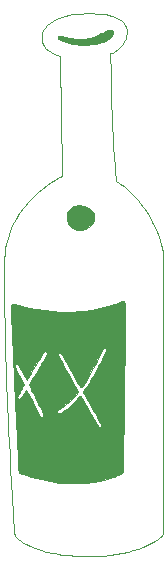
<source format=gto>
G04 #@! TF.GenerationSoftware,KiCad,Pcbnew,(5.1.0-0)*
G04 #@! TF.CreationDate,2019-11-19T21:44:26-07:00*
G04 #@! TF.ProjectId,rick-bottle,7269636b-2d62-46f7-9474-6c652e6b6963,rev?*
G04 #@! TF.SameCoordinates,Original*
G04 #@! TF.FileFunction,Legend,Top*
G04 #@! TF.FilePolarity,Positive*
%FSLAX46Y46*%
G04 Gerber Fmt 4.6, Leading zero omitted, Abs format (unit mm)*
G04 Created by KiCad (PCBNEW (5.1.0-0)) date 2019-11-19 21:44:26*
%MOMM*%
%LPD*%
G04 APERTURE LIST*
G04 #@! TA.AperFunction,NonConductor*
%ADD10C,0.010000*%
G04 #@! TD*
%ADD11C,0.010000*%
G04 APERTURE END LIST*
D10*
G04 #@! TO.C,G\002A\002A\002A*
X41102648Y-18010486D02*
X41353784Y-18015546D01*
X41353784Y-18015546D02*
X41573518Y-18025258D01*
X41573518Y-18025258D02*
X41771493Y-18040323D01*
X41771493Y-18040323D02*
X41957358Y-18061440D01*
X41957358Y-18061440D02*
X42140758Y-18089306D01*
X42140758Y-18089306D02*
X42290600Y-18116622D01*
X42290600Y-18116622D02*
X42638781Y-18200888D01*
X42638781Y-18200888D02*
X42948084Y-18310467D01*
X42948084Y-18310467D02*
X43217419Y-18443923D01*
X43217419Y-18443923D02*
X43445698Y-18599820D01*
X43445698Y-18599820D02*
X43631832Y-18776723D01*
X43631832Y-18776723D02*
X43774733Y-18973195D01*
X43774733Y-18973195D02*
X43873312Y-19187801D01*
X43873312Y-19187801D02*
X43926481Y-19419105D01*
X43926481Y-19419105D02*
X43933151Y-19665671D01*
X43933151Y-19665671D02*
X43892233Y-19926062D01*
X43892233Y-19926062D02*
X43825361Y-20141094D01*
X43825361Y-20141094D02*
X43729007Y-20349472D01*
X43729007Y-20349472D02*
X43600110Y-20557028D01*
X43600110Y-20557028D02*
X43445972Y-20756267D01*
X43445972Y-20756267D02*
X43273894Y-20939697D01*
X43273894Y-20939697D02*
X43091180Y-21099821D01*
X43091180Y-21099821D02*
X42905132Y-21229147D01*
X42905132Y-21229147D02*
X42723052Y-21320180D01*
X42723052Y-21320180D02*
X42653096Y-21344155D01*
X42653096Y-21344155D02*
X42537117Y-21378100D01*
X42537117Y-21378100D02*
X42552874Y-23156100D01*
X42552874Y-23156100D02*
X42556010Y-23476603D01*
X42556010Y-23476603D02*
X42559735Y-23800841D01*
X42559735Y-23800841D02*
X42563940Y-24122220D01*
X42563940Y-24122220D02*
X42568515Y-24434148D01*
X42568515Y-24434148D02*
X42573352Y-24730030D01*
X42573352Y-24730030D02*
X42578340Y-25003274D01*
X42578340Y-25003274D02*
X42583371Y-25247286D01*
X42583371Y-25247286D02*
X42588335Y-25455472D01*
X42588335Y-25455472D02*
X42593123Y-25621240D01*
X42593123Y-25621240D02*
X42594376Y-25658000D01*
X42594376Y-25658000D02*
X42631680Y-26629679D01*
X42631680Y-26629679D02*
X42672932Y-27555901D01*
X42672932Y-27555901D02*
X42718426Y-28441879D01*
X42718426Y-28441879D02*
X42768455Y-29292824D01*
X42768455Y-29292824D02*
X42823312Y-30113947D01*
X42823312Y-30113947D02*
X42883292Y-30910461D01*
X42883292Y-30910461D02*
X42904967Y-31177359D01*
X42904967Y-31177359D02*
X42986497Y-32162819D01*
X42986497Y-32162819D02*
X43236789Y-32341517D01*
X43236789Y-32341517D02*
X43363716Y-32433953D01*
X43363716Y-32433953D02*
X43509493Y-32542934D01*
X43509493Y-32542934D02*
X43653551Y-32652963D01*
X43653551Y-32652963D02*
X43746090Y-32725263D01*
X43746090Y-32725263D02*
X43863993Y-32823896D01*
X43863993Y-32823896D02*
X44006580Y-32951576D01*
X44006580Y-32951576D02*
X44165581Y-33100138D01*
X44165581Y-33100138D02*
X44332726Y-33261413D01*
X44332726Y-33261413D02*
X44499747Y-33427233D01*
X44499747Y-33427233D02*
X44658372Y-33589432D01*
X44658372Y-33589432D02*
X44800332Y-33739842D01*
X44800332Y-33739842D02*
X44917357Y-33870295D01*
X44917357Y-33870295D02*
X44974431Y-33938400D01*
X44974431Y-33938400D02*
X45389709Y-34491853D01*
X45389709Y-34491853D02*
X45764360Y-35069505D01*
X45764360Y-35069505D02*
X46096695Y-35667757D01*
X46096695Y-35667757D02*
X46385024Y-36283010D01*
X46385024Y-36283010D02*
X46627655Y-36911664D01*
X46627655Y-36911664D02*
X46822900Y-37550120D01*
X46822900Y-37550120D02*
X46966325Y-38180200D01*
X46966325Y-38180200D02*
X47021541Y-38472300D01*
X47021541Y-38472300D02*
X46992503Y-43590400D01*
X46992503Y-43590400D02*
X46988708Y-44291468D01*
X46988708Y-44291468D02*
X46985192Y-45006057D01*
X46985192Y-45006057D02*
X46981956Y-45731779D01*
X46981956Y-45731779D02*
X46978998Y-46466244D01*
X46978998Y-46466244D02*
X46976321Y-47207064D01*
X46976321Y-47207064D02*
X46973923Y-47951851D01*
X46973923Y-47951851D02*
X46971804Y-48698214D01*
X46971804Y-48698214D02*
X46969965Y-49443767D01*
X46969965Y-49443767D02*
X46968407Y-50186119D01*
X46968407Y-50186119D02*
X46967128Y-50922882D01*
X46967128Y-50922882D02*
X46966129Y-51651668D01*
X46966129Y-51651668D02*
X46965411Y-52370088D01*
X46965411Y-52370088D02*
X46964973Y-53075753D01*
X46964973Y-53075753D02*
X46964815Y-53766274D01*
X46964815Y-53766274D02*
X46964937Y-54439263D01*
X46964937Y-54439263D02*
X46965340Y-55092330D01*
X46965340Y-55092330D02*
X46966024Y-55723088D01*
X46966024Y-55723088D02*
X46966989Y-56329147D01*
X46966989Y-56329147D02*
X46968234Y-56908119D01*
X46968234Y-56908119D02*
X46969761Y-57457615D01*
X46969761Y-57457615D02*
X46971568Y-57975246D01*
X46971568Y-57975246D02*
X46973657Y-58458623D01*
X46973657Y-58458623D02*
X46976027Y-58905359D01*
X46976027Y-58905359D02*
X46978678Y-59313063D01*
X46978678Y-59313063D02*
X46981611Y-59679348D01*
X46981611Y-59679348D02*
X46984825Y-60001824D01*
X46984825Y-60001824D02*
X46988321Y-60278104D01*
X46988321Y-60278104D02*
X46991812Y-60490789D01*
X46991812Y-60490789D02*
X46998085Y-60815436D01*
X46998085Y-60815436D02*
X47003356Y-61093490D01*
X47003356Y-61093490D02*
X47007103Y-61329154D01*
X47007103Y-61329154D02*
X47008802Y-61526634D01*
X47008802Y-61526634D02*
X47007930Y-61690133D01*
X47007930Y-61690133D02*
X47003964Y-61823855D01*
X47003964Y-61823855D02*
X46996382Y-61932006D01*
X46996382Y-61932006D02*
X46984659Y-62018789D01*
X46984659Y-62018789D02*
X46968273Y-62088408D01*
X46968273Y-62088408D02*
X46946700Y-62145069D01*
X46946700Y-62145069D02*
X46919419Y-62192974D01*
X46919419Y-62192974D02*
X46885905Y-62236329D01*
X46885905Y-62236329D02*
X46845636Y-62279338D01*
X46845636Y-62279338D02*
X46798088Y-62326205D01*
X46798088Y-62326205D02*
X46758615Y-62365136D01*
X46758615Y-62365136D02*
X46554326Y-62542466D01*
X46554326Y-62542466D02*
X46302740Y-62714700D01*
X46302740Y-62714700D02*
X46007199Y-62880780D01*
X46007199Y-62880780D02*
X45671045Y-63039647D01*
X45671045Y-63039647D02*
X45297619Y-63190245D01*
X45297619Y-63190245D02*
X44890265Y-63331514D01*
X44890265Y-63331514D02*
X44452323Y-63462398D01*
X44452323Y-63462398D02*
X43987136Y-63581838D01*
X43987136Y-63581838D02*
X43498046Y-63688777D01*
X43498046Y-63688777D02*
X42988396Y-63782157D01*
X42988396Y-63782157D02*
X42461526Y-63860919D01*
X42461526Y-63860919D02*
X41920779Y-63924007D01*
X41920779Y-63924007D02*
X41795300Y-63936142D01*
X41795300Y-63936142D02*
X41700191Y-63942831D01*
X41700191Y-63942831D02*
X41565078Y-63949348D01*
X41565078Y-63949348D02*
X41398335Y-63955538D01*
X41398335Y-63955538D02*
X41208337Y-63961246D01*
X41208337Y-63961246D02*
X41003459Y-63966319D01*
X41003459Y-63966319D02*
X40792076Y-63970601D01*
X40792076Y-63970601D02*
X40582563Y-63973938D01*
X40582563Y-63973938D02*
X40383294Y-63976175D01*
X40383294Y-63976175D02*
X40202645Y-63977159D01*
X40202645Y-63977159D02*
X40048991Y-63976734D01*
X40048991Y-63976734D02*
X39930707Y-63974745D01*
X39930707Y-63974745D02*
X39864900Y-63971761D01*
X39864900Y-63971761D02*
X39449608Y-63938866D01*
X39449608Y-63938866D02*
X39076384Y-63904483D01*
X39076384Y-63904483D02*
X38736497Y-63867326D01*
X38736497Y-63867326D02*
X38421215Y-63826109D01*
X38421215Y-63826109D02*
X38121807Y-63779545D01*
X38121807Y-63779545D02*
X37829542Y-63726349D01*
X37829542Y-63726349D02*
X37535687Y-63665234D01*
X37535687Y-63665234D02*
X37231512Y-63594916D01*
X37231512Y-63594916D02*
X37118490Y-63567271D01*
X37118490Y-63567271D02*
X36630046Y-63434823D01*
X36630046Y-63434823D02*
X36174503Y-63288045D01*
X36174503Y-63288045D02*
X35757476Y-63128916D01*
X35757476Y-63128916D02*
X35384581Y-62959415D01*
X35384581Y-62959415D02*
X35361287Y-62947724D01*
X35361287Y-62947724D02*
X35140456Y-62824954D01*
X35140456Y-62824954D02*
X34935347Y-62689227D01*
X34935347Y-62689227D02*
X34752923Y-62546361D01*
X34752923Y-62546361D02*
X34600151Y-62402174D01*
X34600151Y-62402174D02*
X34483996Y-62262486D01*
X34483996Y-62262486D02*
X34426322Y-62166687D01*
X34426322Y-62166687D02*
X34358496Y-62028057D01*
X34358496Y-62028057D02*
X34185928Y-58848078D01*
X34185928Y-58848078D02*
X34121111Y-57642012D01*
X34121111Y-57642012D02*
X34060207Y-56484299D01*
X34060207Y-56484299D02*
X34003129Y-55372649D01*
X34003129Y-55372649D02*
X33949791Y-54304774D01*
X33949791Y-54304774D02*
X33900104Y-53278384D01*
X33900104Y-53278384D02*
X33853982Y-52291190D01*
X33853982Y-52291190D02*
X33811338Y-51340903D01*
X33811338Y-51340903D02*
X33772084Y-50425234D01*
X33772084Y-50425234D02*
X33736134Y-49541892D01*
X33736134Y-49541892D02*
X33703400Y-48688589D01*
X33703400Y-48688589D02*
X33673796Y-47863037D01*
X33673796Y-47863037D02*
X33647234Y-47062944D01*
X33647234Y-47062944D02*
X33623626Y-46286023D01*
X33623626Y-46286023D02*
X33602887Y-45529983D01*
X33602887Y-45529983D02*
X33584928Y-44792537D01*
X33584928Y-44792537D02*
X33569662Y-44071393D01*
X33569662Y-44071393D02*
X33557004Y-43364264D01*
X33557004Y-43364264D02*
X33546864Y-42668860D01*
X33546864Y-42668860D02*
X33539157Y-41982891D01*
X33539157Y-41982891D02*
X33537598Y-41812400D01*
X33537598Y-41812400D02*
X33533659Y-41273907D01*
X33533659Y-41273907D02*
X33531745Y-40783081D01*
X33531745Y-40783081D02*
X33531970Y-40336823D01*
X33531970Y-40336823D02*
X33534447Y-39932037D01*
X33534447Y-39932037D02*
X33539288Y-39565625D01*
X33539288Y-39565625D02*
X33546606Y-39234489D01*
X33546606Y-39234489D02*
X33556513Y-38935532D01*
X33556513Y-38935532D02*
X33569123Y-38665655D01*
X33569123Y-38665655D02*
X33584549Y-38421763D01*
X33584549Y-38421763D02*
X33602901Y-38200756D01*
X33602901Y-38200756D02*
X33624295Y-37999538D01*
X33624295Y-37999538D02*
X33648841Y-37815010D01*
X33648841Y-37815010D02*
X33676653Y-37644076D01*
X33676653Y-37644076D02*
X33692295Y-37560298D01*
X33692295Y-37560298D02*
X33825444Y-37008276D01*
X33825444Y-37008276D02*
X34007752Y-36462202D01*
X34007752Y-36462202D02*
X34237671Y-35924939D01*
X34237671Y-35924939D02*
X34513655Y-35399349D01*
X34513655Y-35399349D02*
X34834156Y-34888294D01*
X34834156Y-34888294D02*
X35197627Y-34394637D01*
X35197627Y-34394637D02*
X35602520Y-33921239D01*
X35602520Y-33921239D02*
X35736508Y-33778733D01*
X35736508Y-33778733D02*
X36056894Y-33461965D01*
X36056894Y-33461965D02*
X36403118Y-33149734D01*
X36403118Y-33149734D02*
X36766696Y-32848480D01*
X36766696Y-32848480D02*
X37139142Y-32564647D01*
X37139142Y-32564647D02*
X37511971Y-32304677D01*
X37511971Y-32304677D02*
X37876697Y-32075013D01*
X37876697Y-32075013D02*
X38224836Y-31882096D01*
X38224836Y-31882096D02*
X38254161Y-31867211D01*
X38254161Y-31867211D02*
X38429800Y-31778761D01*
X38429800Y-31778761D02*
X38429599Y-31353630D01*
X38429599Y-31353630D02*
X38429127Y-31281773D01*
X38429127Y-31281773D02*
X38427787Y-31162097D01*
X38427787Y-31162097D02*
X38425626Y-30997572D01*
X38425626Y-30997572D02*
X38422693Y-30791170D01*
X38422693Y-30791170D02*
X38419035Y-30545864D01*
X38419035Y-30545864D02*
X38414700Y-30264625D01*
X38414700Y-30264625D02*
X38409736Y-29950424D01*
X38409736Y-29950424D02*
X38404191Y-29606234D01*
X38404191Y-29606234D02*
X38398113Y-29235027D01*
X38398113Y-29235027D02*
X38391549Y-28839773D01*
X38391549Y-28839773D02*
X38384548Y-28423446D01*
X38384548Y-28423446D02*
X38377157Y-27989016D01*
X38377157Y-27989016D02*
X38369424Y-27539455D01*
X38369424Y-27539455D02*
X38361397Y-27077735D01*
X38361397Y-27077735D02*
X38353637Y-26635900D01*
X38353637Y-26635900D02*
X38345388Y-26166507D01*
X38345388Y-26166507D02*
X38337385Y-25707100D01*
X38337385Y-25707100D02*
X38329676Y-25260603D01*
X38329676Y-25260603D02*
X38322307Y-24829939D01*
X38322307Y-24829939D02*
X38315328Y-24418029D01*
X38315328Y-24418029D02*
X38308785Y-24027797D01*
X38308785Y-24027797D02*
X38302727Y-23662165D01*
X38302727Y-23662165D02*
X38297201Y-23324057D01*
X38297201Y-23324057D02*
X38292255Y-23016394D01*
X38292255Y-23016394D02*
X38287937Y-22742100D01*
X38287937Y-22742100D02*
X38284294Y-22504098D01*
X38284294Y-22504098D02*
X38281375Y-22305310D01*
X38281375Y-22305310D02*
X38279228Y-22148660D01*
X38279228Y-22148660D02*
X38277899Y-22037068D01*
X38277899Y-22037068D02*
X38277438Y-21975000D01*
X38277438Y-21975000D02*
X38277002Y-21606700D01*
X38277002Y-21606700D02*
X38015772Y-21523537D01*
X38015772Y-21523537D02*
X37723810Y-21412746D01*
X37723810Y-21412746D02*
X37469212Y-21276475D01*
X37469212Y-21276475D02*
X37242636Y-21109224D01*
X37242636Y-21109224D02*
X37121624Y-20997100D01*
X37121624Y-20997100D02*
X36950387Y-20802694D01*
X36950387Y-20802694D02*
X36826503Y-20606532D01*
X36826503Y-20606532D02*
X36746811Y-20401508D01*
X36746811Y-20401508D02*
X36708145Y-20180516D01*
X36708145Y-20180516D02*
X36703202Y-20057300D01*
X36703202Y-20057300D02*
X36720092Y-19834894D01*
X36720092Y-19834894D02*
X36772950Y-19628050D01*
X36772950Y-19628050D02*
X36865060Y-19429735D01*
X36865060Y-19429735D02*
X36999706Y-19232919D01*
X36999706Y-19232919D02*
X37180171Y-19030568D01*
X37180171Y-19030568D02*
X37184903Y-19025777D01*
X37184903Y-19025777D02*
X37404634Y-18826192D01*
X37404634Y-18826192D02*
X37642067Y-18656393D01*
X37642067Y-18656393D02*
X37908515Y-18509124D01*
X37908515Y-18509124D02*
X38167304Y-18395828D01*
X38167304Y-18395828D02*
X38438704Y-18297275D01*
X38438704Y-18297275D02*
X38716994Y-18214910D01*
X38716994Y-18214910D02*
X39008444Y-18147817D01*
X39008444Y-18147817D02*
X39319324Y-18095080D01*
X39319324Y-18095080D02*
X39655905Y-18055782D01*
X39655905Y-18055782D02*
X40024457Y-18029006D01*
X40024457Y-18029006D02*
X40431250Y-18013835D01*
X40431250Y-18013835D02*
X40810462Y-18009382D01*
X40810462Y-18009382D02*
X41102648Y-18010486D01*
X41102648Y-18010486D02*
X41102648Y-18010486D01*
D11*
G36*
X42681270Y-19419950D02*
G01*
X42707600Y-19440200D01*
X42752543Y-19519162D01*
X42759935Y-19621992D01*
X42732105Y-19741089D01*
X42671382Y-19868852D01*
X42580092Y-19997680D01*
X42515017Y-20068930D01*
X42341143Y-20212034D01*
X42123946Y-20335829D01*
X41862460Y-20440676D01*
X41555716Y-20526934D01*
X41202747Y-20594962D01*
X41035219Y-20618867D01*
X40835609Y-20638366D01*
X40604077Y-20650682D01*
X40355895Y-20655806D01*
X40106336Y-20653729D01*
X39870671Y-20644442D01*
X39664175Y-20627937D01*
X39596100Y-20619712D01*
X39307552Y-20572463D01*
X39031449Y-20511602D01*
X38774848Y-20439461D01*
X38544803Y-20358375D01*
X38348372Y-20270676D01*
X38192610Y-20178699D01*
X38139384Y-20137987D01*
X38077035Y-20066579D01*
X38059400Y-19997721D01*
X38065724Y-19949535D01*
X38093789Y-19920814D01*
X38157236Y-19898434D01*
X38164707Y-19896401D01*
X38226805Y-19883558D01*
X38284726Y-19884130D01*
X38355800Y-19900253D01*
X38450457Y-19931630D01*
X38724871Y-20019578D01*
X38989646Y-20084790D01*
X39260453Y-20130028D01*
X39552962Y-20158058D01*
X39799300Y-20169549D01*
X40101369Y-20171937D01*
X40368850Y-20158753D01*
X40615985Y-20128430D01*
X40857016Y-20079407D01*
X41022511Y-20035225D01*
X41107372Y-20009538D01*
X41186543Y-19982458D01*
X41267733Y-19950467D01*
X41358653Y-19910050D01*
X41467013Y-19857692D01*
X41600523Y-19789875D01*
X41766895Y-19703086D01*
X41869400Y-19649055D01*
X42104087Y-19533097D01*
X42302758Y-19452172D01*
X42465274Y-19406316D01*
X42591491Y-19395563D01*
X42681270Y-19419950D01*
X42681270Y-19419950D01*
G37*
X42681270Y-19419950D02*
X42707600Y-19440200D01*
X42752543Y-19519162D01*
X42759935Y-19621992D01*
X42732105Y-19741089D01*
X42671382Y-19868852D01*
X42580092Y-19997680D01*
X42515017Y-20068930D01*
X42341143Y-20212034D01*
X42123946Y-20335829D01*
X41862460Y-20440676D01*
X41555716Y-20526934D01*
X41202747Y-20594962D01*
X41035219Y-20618867D01*
X40835609Y-20638366D01*
X40604077Y-20650682D01*
X40355895Y-20655806D01*
X40106336Y-20653729D01*
X39870671Y-20644442D01*
X39664175Y-20627937D01*
X39596100Y-20619712D01*
X39307552Y-20572463D01*
X39031449Y-20511602D01*
X38774848Y-20439461D01*
X38544803Y-20358375D01*
X38348372Y-20270676D01*
X38192610Y-20178699D01*
X38139384Y-20137987D01*
X38077035Y-20066579D01*
X38059400Y-19997721D01*
X38065724Y-19949535D01*
X38093789Y-19920814D01*
X38157236Y-19898434D01*
X38164707Y-19896401D01*
X38226805Y-19883558D01*
X38284726Y-19884130D01*
X38355800Y-19900253D01*
X38450457Y-19931630D01*
X38724871Y-20019578D01*
X38989646Y-20084790D01*
X39260453Y-20130028D01*
X39552962Y-20158058D01*
X39799300Y-20169549D01*
X40101369Y-20171937D01*
X40368850Y-20158753D01*
X40615985Y-20128430D01*
X40857016Y-20079407D01*
X41022511Y-20035225D01*
X41107372Y-20009538D01*
X41186543Y-19982458D01*
X41267733Y-19950467D01*
X41358653Y-19910050D01*
X41467013Y-19857692D01*
X41600523Y-19789875D01*
X41766895Y-19703086D01*
X41869400Y-19649055D01*
X42104087Y-19533097D01*
X42302758Y-19452172D01*
X42465274Y-19406316D01*
X42591491Y-19395563D01*
X42681270Y-19419950D01*
G36*
X40111672Y-34280014D02*
G01*
X40267000Y-34310176D01*
X40488454Y-34387660D01*
X40693729Y-34495254D01*
X40873915Y-34626616D01*
X41020100Y-34775405D01*
X41110900Y-34910714D01*
X41140372Y-34973937D01*
X41158440Y-35038485D01*
X41167697Y-35119666D01*
X41170737Y-35232784D01*
X41170829Y-35264400D01*
X41169596Y-35380875D01*
X41163337Y-35463631D01*
X41148336Y-35529731D01*
X41120874Y-35596239D01*
X41082298Y-35670800D01*
X40945830Y-35873513D01*
X40775168Y-36042227D01*
X40576188Y-36174175D01*
X40354763Y-36266586D01*
X40116768Y-36316693D01*
X39868077Y-36321726D01*
X39735800Y-36305494D01*
X39498946Y-36241584D01*
X39292477Y-36137346D01*
X39117621Y-35993704D01*
X38975602Y-35811582D01*
X38904388Y-35679331D01*
X38869231Y-35595038D01*
X38848264Y-35517172D01*
X38838001Y-35426812D01*
X38834955Y-35305039D01*
X38834945Y-35302500D01*
X38840231Y-35136178D01*
X38860716Y-35002237D01*
X38901253Y-34883325D01*
X38966692Y-34762086D01*
X39000823Y-34709210D01*
X39143445Y-34539923D01*
X39321207Y-34401968D01*
X39488932Y-34316759D01*
X39611821Y-34283908D01*
X39767172Y-34266744D01*
X39939089Y-34265401D01*
X40111672Y-34280014D01*
X40111672Y-34280014D01*
G37*
X40111672Y-34280014D02*
X40267000Y-34310176D01*
X40488454Y-34387660D01*
X40693729Y-34495254D01*
X40873915Y-34626616D01*
X41020100Y-34775405D01*
X41110900Y-34910714D01*
X41140372Y-34973937D01*
X41158440Y-35038485D01*
X41167697Y-35119666D01*
X41170737Y-35232784D01*
X41170829Y-35264400D01*
X41169596Y-35380875D01*
X41163337Y-35463631D01*
X41148336Y-35529731D01*
X41120874Y-35596239D01*
X41082298Y-35670800D01*
X40945830Y-35873513D01*
X40775168Y-36042227D01*
X40576188Y-36174175D01*
X40354763Y-36266586D01*
X40116768Y-36316693D01*
X39868077Y-36321726D01*
X39735800Y-36305494D01*
X39498946Y-36241584D01*
X39292477Y-36137346D01*
X39117621Y-35993704D01*
X38975602Y-35811582D01*
X38904388Y-35679331D01*
X38869231Y-35595038D01*
X38848264Y-35517172D01*
X38838001Y-35426812D01*
X38834955Y-35305039D01*
X38834945Y-35302500D01*
X38840231Y-35136178D01*
X38860716Y-35002237D01*
X38901253Y-34883325D01*
X38966692Y-34762086D01*
X39000823Y-34709210D01*
X39143445Y-34539923D01*
X39321207Y-34401968D01*
X39488932Y-34316759D01*
X39611821Y-34283908D01*
X39767172Y-34266744D01*
X39939089Y-34265401D01*
X40111672Y-34280014D01*
G36*
X43659280Y-42389983D02*
G01*
X43706934Y-42422817D01*
X43706963Y-42422850D01*
X43714975Y-42435011D01*
X43721907Y-42454854D01*
X43727835Y-42485858D01*
X43732834Y-42531499D01*
X43736981Y-42595255D01*
X43740354Y-42680604D01*
X43743027Y-42791023D01*
X43745077Y-42929990D01*
X43746581Y-43100982D01*
X43747614Y-43307477D01*
X43748254Y-43552952D01*
X43748577Y-43840885D01*
X43748658Y-44174753D01*
X43748641Y-44321500D01*
X43747455Y-45034126D01*
X43744198Y-45793799D01*
X43738916Y-46596812D01*
X43731657Y-47439456D01*
X43722470Y-48318022D01*
X43711402Y-49228802D01*
X43698501Y-50168089D01*
X43683815Y-51132174D01*
X43667391Y-52117348D01*
X43649279Y-53119903D01*
X43629525Y-54136131D01*
X43609475Y-55101800D01*
X43572777Y-56816300D01*
X43448835Y-56930600D01*
X43401193Y-56972531D01*
X43352656Y-57009221D01*
X43296133Y-57044125D01*
X43224533Y-57080696D01*
X43130765Y-57122388D01*
X43007738Y-57172657D01*
X42848360Y-57234955D01*
X42733000Y-57279290D01*
X42210476Y-57455389D01*
X41654775Y-57596905D01*
X41070500Y-57703217D01*
X40462251Y-57773703D01*
X39834632Y-57807743D01*
X39192243Y-57804714D01*
X38929171Y-57792814D01*
X38173760Y-57726843D01*
X37409973Y-57614152D01*
X36635422Y-57454300D01*
X35847716Y-57246845D01*
X35640567Y-57185086D01*
X35381991Y-57104189D01*
X35168808Y-57033218D01*
X35001917Y-56972512D01*
X34882219Y-56922409D01*
X34810613Y-56883246D01*
X34792007Y-56866426D01*
X34774345Y-56821121D01*
X34757941Y-56743615D01*
X34748333Y-56669303D01*
X34745880Y-56630628D01*
X34741149Y-56543337D01*
X34734242Y-56409559D01*
X34725262Y-56231424D01*
X34714312Y-56011059D01*
X34701494Y-55750594D01*
X34686910Y-55452157D01*
X34670664Y-55117877D01*
X34652858Y-54749883D01*
X34633595Y-54350304D01*
X34612977Y-53921267D01*
X34591106Y-53464903D01*
X34568086Y-52983339D01*
X34544019Y-52478704D01*
X34519008Y-51953128D01*
X34493155Y-51408738D01*
X34466563Y-50847664D01*
X34439334Y-50272035D01*
X34411572Y-49683979D01*
X34409781Y-49645999D01*
X34373905Y-48883778D01*
X34340519Y-48171327D01*
X34323407Y-47804255D01*
X34442658Y-47804255D01*
X34451228Y-47859571D01*
X34475064Y-47934624D01*
X34515502Y-48034118D01*
X34573877Y-48162755D01*
X34651526Y-48325239D01*
X34749784Y-48526272D01*
X34804501Y-48637519D01*
X34895106Y-48822272D01*
X34978113Y-48992833D01*
X35050936Y-49143785D01*
X35110989Y-49269717D01*
X35155688Y-49365213D01*
X35182446Y-49424860D01*
X35189199Y-49443050D01*
X35177331Y-49471402D01*
X35144133Y-49537207D01*
X35093215Y-49633665D01*
X35028187Y-49753972D01*
X34952659Y-49891326D01*
X34922499Y-49945600D01*
X34843440Y-50090363D01*
X34773691Y-50223609D01*
X34716941Y-50337834D01*
X34676880Y-50425531D01*
X34657195Y-50479195D01*
X34655800Y-50488255D01*
X34678783Y-50556033D01*
X34738890Y-50607002D01*
X34822854Y-50630800D01*
X34839092Y-50631400D01*
X34873607Y-50626684D01*
X34907906Y-50608994D01*
X34946158Y-50573013D01*
X34992534Y-50513426D01*
X35051202Y-50424916D01*
X35126334Y-50302168D01*
X35214600Y-50152688D01*
X35277890Y-50046858D01*
X35333015Y-49959031D01*
X35374585Y-49897490D01*
X35397207Y-49870516D01*
X35398665Y-49869962D01*
X35414190Y-49891697D01*
X35449410Y-49953614D01*
X35501504Y-50050354D01*
X35567652Y-50176559D01*
X35645035Y-50326873D01*
X35730831Y-50495938D01*
X35785627Y-50605055D01*
X35944383Y-50920305D01*
X36089437Y-51204048D01*
X36219696Y-51454265D01*
X36334065Y-51668935D01*
X36431450Y-51846041D01*
X36510755Y-51983563D01*
X36570888Y-52079482D01*
X36610752Y-52131779D01*
X36615627Y-52136350D01*
X36675768Y-52173670D01*
X36731390Y-52171252D01*
X36795215Y-52127114D01*
X36818523Y-52104783D01*
X36871006Y-52038453D01*
X36880384Y-51985007D01*
X36878869Y-51979394D01*
X36864929Y-51947787D01*
X36830594Y-51875006D01*
X36777986Y-51765415D01*
X36762278Y-51732967D01*
X38009734Y-51732967D01*
X38032191Y-51804525D01*
X38065051Y-51836459D01*
X38121676Y-51865997D01*
X38182330Y-51872679D01*
X38255277Y-51854148D01*
X38348783Y-51808049D01*
X38471113Y-51732025D01*
X38501058Y-51712157D01*
X38851630Y-51459972D01*
X39178627Y-51186262D01*
X39493757Y-50880655D01*
X39729850Y-50623722D01*
X39828008Y-50513778D01*
X39899110Y-50438820D01*
X39948148Y-50394422D01*
X39980116Y-50376158D01*
X40000010Y-50379599D01*
X40002543Y-50382017D01*
X40020347Y-50409849D01*
X40060583Y-50477954D01*
X40120926Y-50582246D01*
X40199049Y-50718641D01*
X40292624Y-50883054D01*
X40399325Y-51071400D01*
X40516826Y-51279594D01*
X40642800Y-51503551D01*
X40737739Y-51672800D01*
X40869297Y-51906651D01*
X40995054Y-52128374D01*
X41112562Y-52333775D01*
X41219372Y-52518658D01*
X41313037Y-52678829D01*
X41391108Y-52810091D01*
X41451137Y-52908250D01*
X41490676Y-52969111D01*
X41504823Y-52987250D01*
X41585751Y-53036271D01*
X41663591Y-53035534D01*
X41734042Y-52985251D01*
X41742107Y-52975502D01*
X41776079Y-52916887D01*
X41785776Y-52867024D01*
X41785129Y-52863880D01*
X41770991Y-52834727D01*
X41734033Y-52765228D01*
X41676409Y-52659277D01*
X41600273Y-52520763D01*
X41507778Y-52353580D01*
X41401080Y-52161619D01*
X41282332Y-51948771D01*
X41153688Y-51718929D01*
X41017303Y-51475984D01*
X40992727Y-51432282D01*
X40211499Y-50043410D01*
X40341509Y-49861155D01*
X40474364Y-49668914D01*
X40622446Y-49444316D01*
X40777683Y-49200145D01*
X40932004Y-48949189D01*
X41077340Y-48704231D01*
X41134482Y-48604946D01*
X41213050Y-48463892D01*
X41302087Y-48298754D01*
X41398760Y-48115255D01*
X41500237Y-47919116D01*
X41603686Y-47716062D01*
X41706274Y-47511813D01*
X41805170Y-47312093D01*
X41897540Y-47122624D01*
X41980552Y-46949129D01*
X42051374Y-46797329D01*
X42107175Y-46672948D01*
X42145120Y-46581707D01*
X42162379Y-46529331D01*
X42162701Y-46527512D01*
X42165879Y-46442654D01*
X42136497Y-46390247D01*
X42066590Y-46358292D01*
X42047057Y-46353302D01*
X41999185Y-46347084D01*
X41956220Y-46356236D01*
X41914164Y-46385823D01*
X41869022Y-46440913D01*
X41816794Y-46526569D01*
X41753484Y-46647858D01*
X41675094Y-46809845D01*
X41657619Y-46846800D01*
X41512240Y-47150692D01*
X41362291Y-47456137D01*
X41212105Y-47754705D01*
X41066012Y-48037965D01*
X40928344Y-48297488D01*
X40803433Y-48524845D01*
X40724408Y-48662900D01*
X40639297Y-48805690D01*
X40545587Y-48958457D01*
X40448119Y-49113745D01*
X40351736Y-49264096D01*
X40261281Y-49402052D01*
X40181596Y-49520157D01*
X40117523Y-49610953D01*
X40073905Y-49666983D01*
X40068663Y-49672735D01*
X40059109Y-49679649D01*
X40047383Y-49679313D01*
X40031637Y-49668700D01*
X40010023Y-49644778D01*
X39980695Y-49604521D01*
X39941805Y-49544899D01*
X39891506Y-49462883D01*
X39827949Y-49355445D01*
X39749289Y-49219555D01*
X39653677Y-49052185D01*
X39539267Y-48850307D01*
X39404210Y-48610890D01*
X39246660Y-48330907D01*
X39204361Y-48255675D01*
X39062526Y-48004235D01*
X38926858Y-47765364D01*
X38799567Y-47542846D01*
X38682860Y-47340467D01*
X38578946Y-47162010D01*
X38490034Y-47011260D01*
X38418333Y-46892002D01*
X38366052Y-46808021D01*
X38335399Y-46763100D01*
X38329650Y-46756890D01*
X38251810Y-46725475D01*
X38174764Y-46730626D01*
X38110964Y-46765762D01*
X38072863Y-46824301D01*
X38071280Y-46893451D01*
X38077555Y-46910794D01*
X38091696Y-46941477D01*
X38114900Y-46987661D01*
X38148368Y-47051509D01*
X38193298Y-47135184D01*
X38250889Y-47240848D01*
X38322340Y-47370662D01*
X38408851Y-47526790D01*
X38511621Y-47711394D01*
X38631848Y-47926636D01*
X38770732Y-48174679D01*
X38929471Y-48457684D01*
X39109266Y-48777815D01*
X39311315Y-49137233D01*
X39536816Y-49538102D01*
X39605331Y-49659858D01*
X39809024Y-50021817D01*
X39584656Y-50282158D01*
X39197055Y-50698210D01*
X38791329Y-51068096D01*
X38368598Y-51390801D01*
X38328406Y-51418416D01*
X38224020Y-51491676D01*
X38134274Y-51558791D01*
X38068138Y-51612760D01*
X38034581Y-51646585D01*
X38033332Y-51648647D01*
X38009734Y-51732967D01*
X36762278Y-51732967D01*
X36709225Y-51623378D01*
X36626434Y-51453257D01*
X36531733Y-51259417D01*
X36427244Y-51046222D01*
X36315089Y-50818034D01*
X36254799Y-50695625D01*
X36140148Y-50462764D01*
X36032546Y-50243748D01*
X35934041Y-50042780D01*
X35846682Y-49864061D01*
X35772517Y-49711793D01*
X35713596Y-49590178D01*
X35671965Y-49503418D01*
X35649674Y-49455715D01*
X35646400Y-49447663D01*
X35659051Y-49423581D01*
X35695090Y-49360866D01*
X35751645Y-49264371D01*
X35825843Y-49138950D01*
X35914812Y-48989457D01*
X36015680Y-48820744D01*
X36125574Y-48637665D01*
X36138186Y-48616697D01*
X36311052Y-48327741D01*
X36473183Y-48053501D01*
X36622802Y-47797157D01*
X36758129Y-47561888D01*
X36877386Y-47350873D01*
X36978796Y-47167291D01*
X37060579Y-47014320D01*
X37120957Y-46895140D01*
X37158152Y-46812930D01*
X37170400Y-46771547D01*
X37150426Y-46711770D01*
X37101839Y-46650511D01*
X37041633Y-46605413D01*
X36998182Y-46592800D01*
X36947535Y-46610532D01*
X36898082Y-46649950D01*
X36874944Y-46682479D01*
X36828430Y-46754213D01*
X36761248Y-46860767D01*
X36676108Y-46997755D01*
X36575719Y-47160791D01*
X36462791Y-47345489D01*
X36340032Y-47547464D01*
X36210152Y-47762330D01*
X36180227Y-47812000D01*
X36049428Y-48029157D01*
X35925632Y-48234551D01*
X35811493Y-48423786D01*
X35709666Y-48592468D01*
X35622806Y-48736201D01*
X35553566Y-48850591D01*
X35504602Y-48931243D01*
X35478569Y-48973762D01*
X35476120Y-48977660D01*
X35460500Y-48999396D01*
X35445340Y-49006903D01*
X35426375Y-48994719D01*
X35399341Y-48957381D01*
X35359973Y-48889428D01*
X35304008Y-48785397D01*
X35257983Y-48698260D01*
X35122501Y-48442984D01*
X35007619Y-48230467D01*
X34911644Y-48057821D01*
X34832884Y-47922156D01*
X34769648Y-47820583D01*
X34720245Y-47750214D01*
X34682982Y-47708160D01*
X34673685Y-47700460D01*
X34621343Y-47666936D01*
X34581681Y-47664088D01*
X34534321Y-47686307D01*
X34495185Y-47709703D01*
X34465973Y-47734024D01*
X34448018Y-47763974D01*
X34442658Y-47804255D01*
X34323407Y-47804255D01*
X34309581Y-47507678D01*
X34281049Y-46891863D01*
X34254882Y-46322915D01*
X34231038Y-45799866D01*
X34209476Y-45321750D01*
X34190153Y-44887598D01*
X34173029Y-44496443D01*
X34158062Y-44147317D01*
X34145211Y-43839253D01*
X34134433Y-43571284D01*
X34125687Y-43342442D01*
X34118932Y-43151760D01*
X34114126Y-42998269D01*
X34111227Y-42881003D01*
X34110194Y-42798994D01*
X34110985Y-42751275D01*
X34112864Y-42737199D01*
X34151005Y-42698409D01*
X34214539Y-42652925D01*
X34240210Y-42637686D01*
X34302955Y-42605478D01*
X34351228Y-42594551D01*
X34408095Y-42603110D01*
X34466502Y-42620084D01*
X35050378Y-42783652D01*
X35669856Y-42927875D01*
X36312705Y-43050512D01*
X36966692Y-43149320D01*
X37619586Y-43222057D01*
X37859775Y-43242015D01*
X38061377Y-43253268D01*
X38300926Y-43260235D01*
X38568258Y-43263121D01*
X38853208Y-43262133D01*
X39145614Y-43257477D01*
X39435311Y-43249359D01*
X39712135Y-43237985D01*
X39965922Y-43223562D01*
X40186509Y-43206295D01*
X40320000Y-43192104D01*
X41004268Y-43090635D01*
X41665709Y-42957871D01*
X42298497Y-42795232D01*
X42896806Y-42604138D01*
X43207017Y-42488231D01*
X43371255Y-42427671D01*
X43497403Y-42391630D01*
X43591424Y-42379327D01*
X43659280Y-42389983D01*
X43659280Y-42389983D01*
G37*
X43659280Y-42389983D02*
X43706934Y-42422817D01*
X43706963Y-42422850D01*
X43714975Y-42435011D01*
X43721907Y-42454854D01*
X43727835Y-42485858D01*
X43732834Y-42531499D01*
X43736981Y-42595255D01*
X43740354Y-42680604D01*
X43743027Y-42791023D01*
X43745077Y-42929990D01*
X43746581Y-43100982D01*
X43747614Y-43307477D01*
X43748254Y-43552952D01*
X43748577Y-43840885D01*
X43748658Y-44174753D01*
X43748641Y-44321500D01*
X43747455Y-45034126D01*
X43744198Y-45793799D01*
X43738916Y-46596812D01*
X43731657Y-47439456D01*
X43722470Y-48318022D01*
X43711402Y-49228802D01*
X43698501Y-50168089D01*
X43683815Y-51132174D01*
X43667391Y-52117348D01*
X43649279Y-53119903D01*
X43629525Y-54136131D01*
X43609475Y-55101800D01*
X43572777Y-56816300D01*
X43448835Y-56930600D01*
X43401193Y-56972531D01*
X43352656Y-57009221D01*
X43296133Y-57044125D01*
X43224533Y-57080696D01*
X43130765Y-57122388D01*
X43007738Y-57172657D01*
X42848360Y-57234955D01*
X42733000Y-57279290D01*
X42210476Y-57455389D01*
X41654775Y-57596905D01*
X41070500Y-57703217D01*
X40462251Y-57773703D01*
X39834632Y-57807743D01*
X39192243Y-57804714D01*
X38929171Y-57792814D01*
X38173760Y-57726843D01*
X37409973Y-57614152D01*
X36635422Y-57454300D01*
X35847716Y-57246845D01*
X35640567Y-57185086D01*
X35381991Y-57104189D01*
X35168808Y-57033218D01*
X35001917Y-56972512D01*
X34882219Y-56922409D01*
X34810613Y-56883246D01*
X34792007Y-56866426D01*
X34774345Y-56821121D01*
X34757941Y-56743615D01*
X34748333Y-56669303D01*
X34745880Y-56630628D01*
X34741149Y-56543337D01*
X34734242Y-56409559D01*
X34725262Y-56231424D01*
X34714312Y-56011059D01*
X34701494Y-55750594D01*
X34686910Y-55452157D01*
X34670664Y-55117877D01*
X34652858Y-54749883D01*
X34633595Y-54350304D01*
X34612977Y-53921267D01*
X34591106Y-53464903D01*
X34568086Y-52983339D01*
X34544019Y-52478704D01*
X34519008Y-51953128D01*
X34493155Y-51408738D01*
X34466563Y-50847664D01*
X34439334Y-50272035D01*
X34411572Y-49683979D01*
X34409781Y-49645999D01*
X34373905Y-48883778D01*
X34340519Y-48171327D01*
X34323407Y-47804255D01*
X34442658Y-47804255D01*
X34451228Y-47859571D01*
X34475064Y-47934624D01*
X34515502Y-48034118D01*
X34573877Y-48162755D01*
X34651526Y-48325239D01*
X34749784Y-48526272D01*
X34804501Y-48637519D01*
X34895106Y-48822272D01*
X34978113Y-48992833D01*
X35050936Y-49143785D01*
X35110989Y-49269717D01*
X35155688Y-49365213D01*
X35182446Y-49424860D01*
X35189199Y-49443050D01*
X35177331Y-49471402D01*
X35144133Y-49537207D01*
X35093215Y-49633665D01*
X35028187Y-49753972D01*
X34952659Y-49891326D01*
X34922499Y-49945600D01*
X34843440Y-50090363D01*
X34773691Y-50223609D01*
X34716941Y-50337834D01*
X34676880Y-50425531D01*
X34657195Y-50479195D01*
X34655800Y-50488255D01*
X34678783Y-50556033D01*
X34738890Y-50607002D01*
X34822854Y-50630800D01*
X34839092Y-50631400D01*
X34873607Y-50626684D01*
X34907906Y-50608994D01*
X34946158Y-50573013D01*
X34992534Y-50513426D01*
X35051202Y-50424916D01*
X35126334Y-50302168D01*
X35214600Y-50152688D01*
X35277890Y-50046858D01*
X35333015Y-49959031D01*
X35374585Y-49897490D01*
X35397207Y-49870516D01*
X35398665Y-49869962D01*
X35414190Y-49891697D01*
X35449410Y-49953614D01*
X35501504Y-50050354D01*
X35567652Y-50176559D01*
X35645035Y-50326873D01*
X35730831Y-50495938D01*
X35785627Y-50605055D01*
X35944383Y-50920305D01*
X36089437Y-51204048D01*
X36219696Y-51454265D01*
X36334065Y-51668935D01*
X36431450Y-51846041D01*
X36510755Y-51983563D01*
X36570888Y-52079482D01*
X36610752Y-52131779D01*
X36615627Y-52136350D01*
X36675768Y-52173670D01*
X36731390Y-52171252D01*
X36795215Y-52127114D01*
X36818523Y-52104783D01*
X36871006Y-52038453D01*
X36880384Y-51985007D01*
X36878869Y-51979394D01*
X36864929Y-51947787D01*
X36830594Y-51875006D01*
X36777986Y-51765415D01*
X36762278Y-51732967D01*
X38009734Y-51732967D01*
X38032191Y-51804525D01*
X38065051Y-51836459D01*
X38121676Y-51865997D01*
X38182330Y-51872679D01*
X38255277Y-51854148D01*
X38348783Y-51808049D01*
X38471113Y-51732025D01*
X38501058Y-51712157D01*
X38851630Y-51459972D01*
X39178627Y-51186262D01*
X39493757Y-50880655D01*
X39729850Y-50623722D01*
X39828008Y-50513778D01*
X39899110Y-50438820D01*
X39948148Y-50394422D01*
X39980116Y-50376158D01*
X40000010Y-50379599D01*
X40002543Y-50382017D01*
X40020347Y-50409849D01*
X40060583Y-50477954D01*
X40120926Y-50582246D01*
X40199049Y-50718641D01*
X40292624Y-50883054D01*
X40399325Y-51071400D01*
X40516826Y-51279594D01*
X40642800Y-51503551D01*
X40737739Y-51672800D01*
X40869297Y-51906651D01*
X40995054Y-52128374D01*
X41112562Y-52333775D01*
X41219372Y-52518658D01*
X41313037Y-52678829D01*
X41391108Y-52810091D01*
X41451137Y-52908250D01*
X41490676Y-52969111D01*
X41504823Y-52987250D01*
X41585751Y-53036271D01*
X41663591Y-53035534D01*
X41734042Y-52985251D01*
X41742107Y-52975502D01*
X41776079Y-52916887D01*
X41785776Y-52867024D01*
X41785129Y-52863880D01*
X41770991Y-52834727D01*
X41734033Y-52765228D01*
X41676409Y-52659277D01*
X41600273Y-52520763D01*
X41507778Y-52353580D01*
X41401080Y-52161619D01*
X41282332Y-51948771D01*
X41153688Y-51718929D01*
X41017303Y-51475984D01*
X40992727Y-51432282D01*
X40211499Y-50043410D01*
X40341509Y-49861155D01*
X40474364Y-49668914D01*
X40622446Y-49444316D01*
X40777683Y-49200145D01*
X40932004Y-48949189D01*
X41077340Y-48704231D01*
X41134482Y-48604946D01*
X41213050Y-48463892D01*
X41302087Y-48298754D01*
X41398760Y-48115255D01*
X41500237Y-47919116D01*
X41603686Y-47716062D01*
X41706274Y-47511813D01*
X41805170Y-47312093D01*
X41897540Y-47122624D01*
X41980552Y-46949129D01*
X42051374Y-46797329D01*
X42107175Y-46672948D01*
X42145120Y-46581707D01*
X42162379Y-46529331D01*
X42162701Y-46527512D01*
X42165879Y-46442654D01*
X42136497Y-46390247D01*
X42066590Y-46358292D01*
X42047057Y-46353302D01*
X41999185Y-46347084D01*
X41956220Y-46356236D01*
X41914164Y-46385823D01*
X41869022Y-46440913D01*
X41816794Y-46526569D01*
X41753484Y-46647858D01*
X41675094Y-46809845D01*
X41657619Y-46846800D01*
X41512240Y-47150692D01*
X41362291Y-47456137D01*
X41212105Y-47754705D01*
X41066012Y-48037965D01*
X40928344Y-48297488D01*
X40803433Y-48524845D01*
X40724408Y-48662900D01*
X40639297Y-48805690D01*
X40545587Y-48958457D01*
X40448119Y-49113745D01*
X40351736Y-49264096D01*
X40261281Y-49402052D01*
X40181596Y-49520157D01*
X40117523Y-49610953D01*
X40073905Y-49666983D01*
X40068663Y-49672735D01*
X40059109Y-49679649D01*
X40047383Y-49679313D01*
X40031637Y-49668700D01*
X40010023Y-49644778D01*
X39980695Y-49604521D01*
X39941805Y-49544899D01*
X39891506Y-49462883D01*
X39827949Y-49355445D01*
X39749289Y-49219555D01*
X39653677Y-49052185D01*
X39539267Y-48850307D01*
X39404210Y-48610890D01*
X39246660Y-48330907D01*
X39204361Y-48255675D01*
X39062526Y-48004235D01*
X38926858Y-47765364D01*
X38799567Y-47542846D01*
X38682860Y-47340467D01*
X38578946Y-47162010D01*
X38490034Y-47011260D01*
X38418333Y-46892002D01*
X38366052Y-46808021D01*
X38335399Y-46763100D01*
X38329650Y-46756890D01*
X38251810Y-46725475D01*
X38174764Y-46730626D01*
X38110964Y-46765762D01*
X38072863Y-46824301D01*
X38071280Y-46893451D01*
X38077555Y-46910794D01*
X38091696Y-46941477D01*
X38114900Y-46987661D01*
X38148368Y-47051509D01*
X38193298Y-47135184D01*
X38250889Y-47240848D01*
X38322340Y-47370662D01*
X38408851Y-47526790D01*
X38511621Y-47711394D01*
X38631848Y-47926636D01*
X38770732Y-48174679D01*
X38929471Y-48457684D01*
X39109266Y-48777815D01*
X39311315Y-49137233D01*
X39536816Y-49538102D01*
X39605331Y-49659858D01*
X39809024Y-50021817D01*
X39584656Y-50282158D01*
X39197055Y-50698210D01*
X38791329Y-51068096D01*
X38368598Y-51390801D01*
X38328406Y-51418416D01*
X38224020Y-51491676D01*
X38134274Y-51558791D01*
X38068138Y-51612760D01*
X38034581Y-51646585D01*
X38033332Y-51648647D01*
X38009734Y-51732967D01*
X36762278Y-51732967D01*
X36709225Y-51623378D01*
X36626434Y-51453257D01*
X36531733Y-51259417D01*
X36427244Y-51046222D01*
X36315089Y-50818034D01*
X36254799Y-50695625D01*
X36140148Y-50462764D01*
X36032546Y-50243748D01*
X35934041Y-50042780D01*
X35846682Y-49864061D01*
X35772517Y-49711793D01*
X35713596Y-49590178D01*
X35671965Y-49503418D01*
X35649674Y-49455715D01*
X35646400Y-49447663D01*
X35659051Y-49423581D01*
X35695090Y-49360866D01*
X35751645Y-49264371D01*
X35825843Y-49138950D01*
X35914812Y-48989457D01*
X36015680Y-48820744D01*
X36125574Y-48637665D01*
X36138186Y-48616697D01*
X36311052Y-48327741D01*
X36473183Y-48053501D01*
X36622802Y-47797157D01*
X36758129Y-47561888D01*
X36877386Y-47350873D01*
X36978796Y-47167291D01*
X37060579Y-47014320D01*
X37120957Y-46895140D01*
X37158152Y-46812930D01*
X37170400Y-46771547D01*
X37150426Y-46711770D01*
X37101839Y-46650511D01*
X37041633Y-46605413D01*
X36998182Y-46592800D01*
X36947535Y-46610532D01*
X36898082Y-46649950D01*
X36874944Y-46682479D01*
X36828430Y-46754213D01*
X36761248Y-46860767D01*
X36676108Y-46997755D01*
X36575719Y-47160791D01*
X36462791Y-47345489D01*
X36340032Y-47547464D01*
X36210152Y-47762330D01*
X36180227Y-47812000D01*
X36049428Y-48029157D01*
X35925632Y-48234551D01*
X35811493Y-48423786D01*
X35709666Y-48592468D01*
X35622806Y-48736201D01*
X35553566Y-48850591D01*
X35504602Y-48931243D01*
X35478569Y-48973762D01*
X35476120Y-48977660D01*
X35460500Y-48999396D01*
X35445340Y-49006903D01*
X35426375Y-48994719D01*
X35399341Y-48957381D01*
X35359973Y-48889428D01*
X35304008Y-48785397D01*
X35257983Y-48698260D01*
X35122501Y-48442984D01*
X35007619Y-48230467D01*
X34911644Y-48057821D01*
X34832884Y-47922156D01*
X34769648Y-47820583D01*
X34720245Y-47750214D01*
X34682982Y-47708160D01*
X34673685Y-47700460D01*
X34621343Y-47666936D01*
X34581681Y-47664088D01*
X34534321Y-47686307D01*
X34495185Y-47709703D01*
X34465973Y-47734024D01*
X34448018Y-47763974D01*
X34442658Y-47804255D01*
X34323407Y-47804255D01*
X34309581Y-47507678D01*
X34281049Y-46891863D01*
X34254882Y-46322915D01*
X34231038Y-45799866D01*
X34209476Y-45321750D01*
X34190153Y-44887598D01*
X34173029Y-44496443D01*
X34158062Y-44147317D01*
X34145211Y-43839253D01*
X34134433Y-43571284D01*
X34125687Y-43342442D01*
X34118932Y-43151760D01*
X34114126Y-42998269D01*
X34111227Y-42881003D01*
X34110194Y-42798994D01*
X34110985Y-42751275D01*
X34112864Y-42737199D01*
X34151005Y-42698409D01*
X34214539Y-42652925D01*
X34240210Y-42637686D01*
X34302955Y-42605478D01*
X34351228Y-42594551D01*
X34408095Y-42603110D01*
X34466502Y-42620084D01*
X35050378Y-42783652D01*
X35669856Y-42927875D01*
X36312705Y-43050512D01*
X36966692Y-43149320D01*
X37619586Y-43222057D01*
X37859775Y-43242015D01*
X38061377Y-43253268D01*
X38300926Y-43260235D01*
X38568258Y-43263121D01*
X38853208Y-43262133D01*
X39145614Y-43257477D01*
X39435311Y-43249359D01*
X39712135Y-43237985D01*
X39965922Y-43223562D01*
X40186509Y-43206295D01*
X40320000Y-43192104D01*
X41004268Y-43090635D01*
X41665709Y-42957871D01*
X42298497Y-42795232D01*
X42896806Y-42604138D01*
X43207017Y-42488231D01*
X43371255Y-42427671D01*
X43497403Y-42391630D01*
X43591424Y-42379327D01*
X43659280Y-42389983D01*
G04 #@! TD*
M02*

</source>
